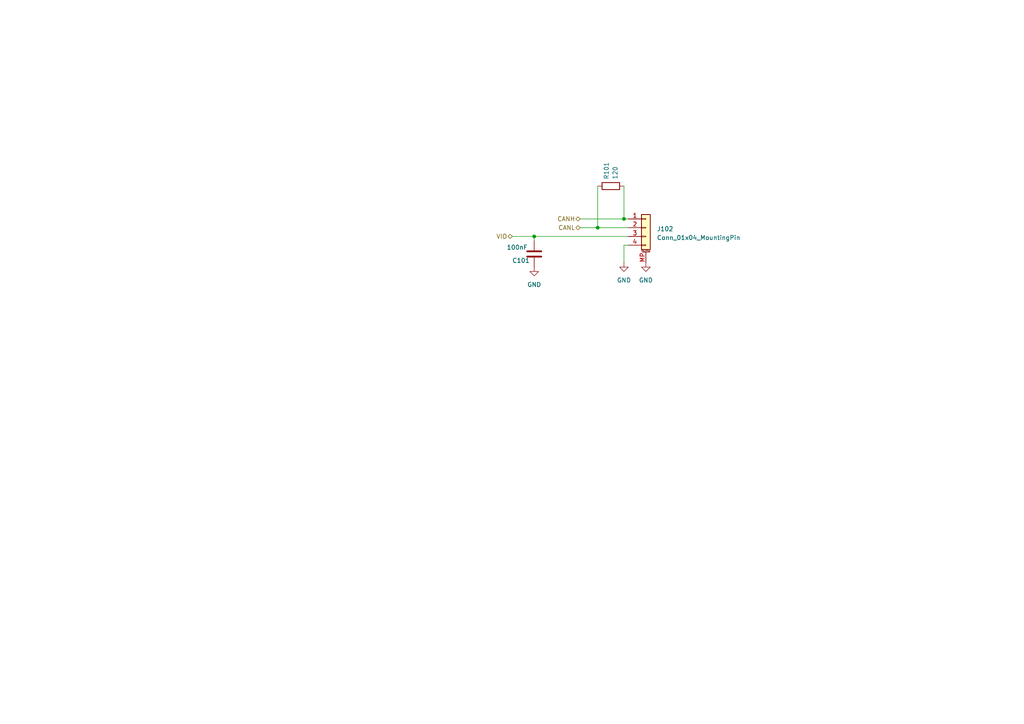
<source format=kicad_sch>
(kicad_sch
	(version 20231120)
	(generator "eeschema")
	(generator_version "8.0")
	(uuid "d339b9d8-51a7-460e-bb19-8d8c25d3e2aa")
	(paper "A4")
	(lib_symbols
		(symbol "Connector_Generic_MountingPin:Conn_01x04_MountingPin"
			(pin_names
				(offset 1.016) hide)
			(exclude_from_sim no)
			(in_bom yes)
			(on_board yes)
			(property "Reference" "J"
				(at 0 5.08 0)
				(effects
					(font
						(size 1.27 1.27)
					)
				)
			)
			(property "Value" "Conn_01x04_MountingPin"
				(at 1.27 -7.62 0)
				(effects
					(font
						(size 1.27 1.27)
					)
					(justify left)
				)
			)
			(property "Footprint" ""
				(at 0 0 0)
				(effects
					(font
						(size 1.27 1.27)
					)
					(hide yes)
				)
			)
			(property "Datasheet" "~"
				(at 0 0 0)
				(effects
					(font
						(size 1.27 1.27)
					)
					(hide yes)
				)
			)
			(property "Description" "Generic connectable mounting pin connector, single row, 01x04, script generated (kicad-library-utils/schlib/autogen/connector/)"
				(at 0 0 0)
				(effects
					(font
						(size 1.27 1.27)
					)
					(hide yes)
				)
			)
			(property "ki_keywords" "connector"
				(at 0 0 0)
				(effects
					(font
						(size 1.27 1.27)
					)
					(hide yes)
				)
			)
			(property "ki_fp_filters" "Connector*:*_1x??-1MP*"
				(at 0 0 0)
				(effects
					(font
						(size 1.27 1.27)
					)
					(hide yes)
				)
			)
			(symbol "Conn_01x04_MountingPin_1_1"
				(rectangle
					(start -1.27 -4.953)
					(end 0 -5.207)
					(stroke
						(width 0.1524)
						(type default)
					)
					(fill
						(type none)
					)
				)
				(rectangle
					(start -1.27 -2.413)
					(end 0 -2.667)
					(stroke
						(width 0.1524)
						(type default)
					)
					(fill
						(type none)
					)
				)
				(rectangle
					(start -1.27 0.127)
					(end 0 -0.127)
					(stroke
						(width 0.1524)
						(type default)
					)
					(fill
						(type none)
					)
				)
				(rectangle
					(start -1.27 2.667)
					(end 0 2.413)
					(stroke
						(width 0.1524)
						(type default)
					)
					(fill
						(type none)
					)
				)
				(rectangle
					(start -1.27 3.81)
					(end 1.27 -6.35)
					(stroke
						(width 0.254)
						(type default)
					)
					(fill
						(type background)
					)
				)
				(polyline
					(pts
						(xy -1.016 -7.112) (xy 1.016 -7.112)
					)
					(stroke
						(width 0.1524)
						(type default)
					)
					(fill
						(type none)
					)
				)
				(text "Mounting"
					(at 0 -6.731 0)
					(effects
						(font
							(size 0.381 0.381)
						)
					)
				)
				(pin passive line
					(at -5.08 2.54 0)
					(length 3.81)
					(name "Pin_1"
						(effects
							(font
								(size 1.27 1.27)
							)
						)
					)
					(number "1"
						(effects
							(font
								(size 1.27 1.27)
							)
						)
					)
				)
				(pin passive line
					(at -5.08 0 0)
					(length 3.81)
					(name "Pin_2"
						(effects
							(font
								(size 1.27 1.27)
							)
						)
					)
					(number "2"
						(effects
							(font
								(size 1.27 1.27)
							)
						)
					)
				)
				(pin passive line
					(at -5.08 -2.54 0)
					(length 3.81)
					(name "Pin_3"
						(effects
							(font
								(size 1.27 1.27)
							)
						)
					)
					(number "3"
						(effects
							(font
								(size 1.27 1.27)
							)
						)
					)
				)
				(pin passive line
					(at -5.08 -5.08 0)
					(length 3.81)
					(name "Pin_4"
						(effects
							(font
								(size 1.27 1.27)
							)
						)
					)
					(number "4"
						(effects
							(font
								(size 1.27 1.27)
							)
						)
					)
				)
				(pin passive line
					(at 0 -10.16 90)
					(length 3.048)
					(name "MountPin"
						(effects
							(font
								(size 1.27 1.27)
							)
						)
					)
					(number "MP"
						(effects
							(font
								(size 1.27 1.27)
							)
						)
					)
				)
			)
		)
		(symbol "Device:C"
			(pin_numbers hide)
			(pin_names
				(offset 0.254)
			)
			(exclude_from_sim no)
			(in_bom yes)
			(on_board yes)
			(property "Reference" "C"
				(at 0.635 2.54 0)
				(effects
					(font
						(size 1.27 1.27)
					)
					(justify left)
				)
			)
			(property "Value" "C"
				(at 0.635 -2.54 0)
				(effects
					(font
						(size 1.27 1.27)
					)
					(justify left)
				)
			)
			(property "Footprint" ""
				(at 0.9652 -3.81 0)
				(effects
					(font
						(size 1.27 1.27)
					)
					(hide yes)
				)
			)
			(property "Datasheet" "~"
				(at 0 0 0)
				(effects
					(font
						(size 1.27 1.27)
					)
					(hide yes)
				)
			)
			(property "Description" "Unpolarized capacitor"
				(at 0 0 0)
				(effects
					(font
						(size 1.27 1.27)
					)
					(hide yes)
				)
			)
			(property "ki_keywords" "cap capacitor"
				(at 0 0 0)
				(effects
					(font
						(size 1.27 1.27)
					)
					(hide yes)
				)
			)
			(property "ki_fp_filters" "C_*"
				(at 0 0 0)
				(effects
					(font
						(size 1.27 1.27)
					)
					(hide yes)
				)
			)
			(symbol "C_0_1"
				(polyline
					(pts
						(xy -2.032 -0.762) (xy 2.032 -0.762)
					)
					(stroke
						(width 0.508)
						(type default)
					)
					(fill
						(type none)
					)
				)
				(polyline
					(pts
						(xy -2.032 0.762) (xy 2.032 0.762)
					)
					(stroke
						(width 0.508)
						(type default)
					)
					(fill
						(type none)
					)
				)
			)
			(symbol "C_1_1"
				(pin passive line
					(at 0 3.81 270)
					(length 2.794)
					(name "~"
						(effects
							(font
								(size 1.27 1.27)
							)
						)
					)
					(number "1"
						(effects
							(font
								(size 1.27 1.27)
							)
						)
					)
				)
				(pin passive line
					(at 0 -3.81 90)
					(length 2.794)
					(name "~"
						(effects
							(font
								(size 1.27 1.27)
							)
						)
					)
					(number "2"
						(effects
							(font
								(size 1.27 1.27)
							)
						)
					)
				)
			)
		)
		(symbol "Device:R"
			(pin_numbers hide)
			(pin_names
				(offset 0)
			)
			(exclude_from_sim no)
			(in_bom yes)
			(on_board yes)
			(property "Reference" "R"
				(at 2.032 0 90)
				(effects
					(font
						(size 1.27 1.27)
					)
				)
			)
			(property "Value" "R"
				(at 0 0 90)
				(effects
					(font
						(size 1.27 1.27)
					)
				)
			)
			(property "Footprint" ""
				(at -1.778 0 90)
				(effects
					(font
						(size 1.27 1.27)
					)
					(hide yes)
				)
			)
			(property "Datasheet" "~"
				(at 0 0 0)
				(effects
					(font
						(size 1.27 1.27)
					)
					(hide yes)
				)
			)
			(property "Description" "Resistor"
				(at 0 0 0)
				(effects
					(font
						(size 1.27 1.27)
					)
					(hide yes)
				)
			)
			(property "ki_keywords" "R res resistor"
				(at 0 0 0)
				(effects
					(font
						(size 1.27 1.27)
					)
					(hide yes)
				)
			)
			(property "ki_fp_filters" "R_*"
				(at 0 0 0)
				(effects
					(font
						(size 1.27 1.27)
					)
					(hide yes)
				)
			)
			(symbol "R_0_1"
				(rectangle
					(start -1.016 -2.54)
					(end 1.016 2.54)
					(stroke
						(width 0.254)
						(type default)
					)
					(fill
						(type none)
					)
				)
			)
			(symbol "R_1_1"
				(pin passive line
					(at 0 3.81 270)
					(length 1.27)
					(name "~"
						(effects
							(font
								(size 1.27 1.27)
							)
						)
					)
					(number "1"
						(effects
							(font
								(size 1.27 1.27)
							)
						)
					)
				)
				(pin passive line
					(at 0 -3.81 90)
					(length 1.27)
					(name "~"
						(effects
							(font
								(size 1.27 1.27)
							)
						)
					)
					(number "2"
						(effects
							(font
								(size 1.27 1.27)
							)
						)
					)
				)
			)
		)
		(symbol "power:GND"
			(power)
			(pin_names
				(offset 0)
			)
			(exclude_from_sim no)
			(in_bom yes)
			(on_board yes)
			(property "Reference" "#PWR"
				(at 0 -6.35 0)
				(effects
					(font
						(size 1.27 1.27)
					)
					(hide yes)
				)
			)
			(property "Value" "GND"
				(at 0 -3.81 0)
				(effects
					(font
						(size 1.27 1.27)
					)
				)
			)
			(property "Footprint" ""
				(at 0 0 0)
				(effects
					(font
						(size 1.27 1.27)
					)
					(hide yes)
				)
			)
			(property "Datasheet" ""
				(at 0 0 0)
				(effects
					(font
						(size 1.27 1.27)
					)
					(hide yes)
				)
			)
			(property "Description" "Power symbol creates a global label with name \"GND\" , ground"
				(at 0 0 0)
				(effects
					(font
						(size 1.27 1.27)
					)
					(hide yes)
				)
			)
			(property "ki_keywords" "global power"
				(at 0 0 0)
				(effects
					(font
						(size 1.27 1.27)
					)
					(hide yes)
				)
			)
			(symbol "GND_0_1"
				(polyline
					(pts
						(xy 0 0) (xy 0 -1.27) (xy 1.27 -1.27) (xy 0 -2.54) (xy -1.27 -1.27) (xy 0 -1.27)
					)
					(stroke
						(width 0)
						(type default)
					)
					(fill
						(type none)
					)
				)
			)
			(symbol "GND_1_1"
				(pin power_in line
					(at 0 0 270)
					(length 0) hide
					(name "GND"
						(effects
							(font
								(size 1.27 1.27)
							)
						)
					)
					(number "1"
						(effects
							(font
								(size 1.27 1.27)
							)
						)
					)
				)
			)
		)
	)
	(junction
		(at 173.355 66.04)
		(diameter 0)
		(color 0 0 0 0)
		(uuid "1a6af80e-8296-4670-a8b7-365fc86724c5")
	)
	(junction
		(at 154.94 68.58)
		(diameter 0)
		(color 0 0 0 0)
		(uuid "4b6f744b-30f5-443a-8b39-9d51d8db693b")
	)
	(junction
		(at 180.975 63.5)
		(diameter 0)
		(color 0 0 0 0)
		(uuid "b0789c39-2ae0-4c68-a0ed-3d10ccbeff9c")
	)
	(wire
		(pts
			(xy 180.975 71.12) (xy 180.975 76.2)
		)
		(stroke
			(width 0)
			(type default)
		)
		(uuid "00c952ea-469c-49bc-b5d1-630d9c998815")
	)
	(wire
		(pts
			(xy 173.355 53.975) (xy 173.355 66.04)
		)
		(stroke
			(width 0)
			(type default)
		)
		(uuid "2ae7f5df-33e7-4852-a18e-9bd4aeadbcaf")
	)
	(wire
		(pts
			(xy 173.355 66.04) (xy 182.245 66.04)
		)
		(stroke
			(width 0)
			(type default)
		)
		(uuid "3029f9e2-c5e2-49fd-bba4-c42d4e10a8b7")
	)
	(wire
		(pts
			(xy 154.94 68.58) (xy 182.245 68.58)
		)
		(stroke
			(width 0)
			(type default)
		)
		(uuid "3711cf39-0b6c-41e5-bbe4-895bfff51ed6")
	)
	(wire
		(pts
			(xy 180.975 63.5) (xy 182.245 63.5)
		)
		(stroke
			(width 0)
			(type default)
		)
		(uuid "4eadc921-dbe0-4c66-98d4-f395408e534f")
	)
	(wire
		(pts
			(xy 148.59 68.58) (xy 154.94 68.58)
		)
		(stroke
			(width 0)
			(type default)
		)
		(uuid "5074e70d-cefa-4735-a646-569a27cb1abb")
	)
	(wire
		(pts
			(xy 154.94 68.58) (xy 154.94 69.85)
		)
		(stroke
			(width 0)
			(type default)
		)
		(uuid "67327753-462d-4276-a62b-08243db7bc97")
	)
	(wire
		(pts
			(xy 168.275 63.5) (xy 180.975 63.5)
		)
		(stroke
			(width 0)
			(type default)
		)
		(uuid "6b9266f5-ab9c-409e-b0a8-6ccccf415811")
	)
	(wire
		(pts
			(xy 182.245 71.12) (xy 180.975 71.12)
		)
		(stroke
			(width 0)
			(type default)
		)
		(uuid "a00b61e4-0214-499a-9fe7-eb5ce6578ff5")
	)
	(wire
		(pts
			(xy 180.975 53.975) (xy 180.975 63.5)
		)
		(stroke
			(width 0)
			(type default)
		)
		(uuid "a3733565-fec9-4047-87f1-2cdc8fcc9525")
	)
	(wire
		(pts
			(xy 168.275 66.04) (xy 173.355 66.04)
		)
		(stroke
			(width 0)
			(type default)
		)
		(uuid "c3ef7b7b-88c6-406f-89a1-e9a9281729d8")
	)
	(hierarchical_label "CANH"
		(shape bidirectional)
		(at 168.275 63.5 180)
		(fields_autoplaced yes)
		(effects
			(font
				(size 1.27 1.27)
			)
			(justify right)
		)
		(uuid "2c630931-f64e-4408-bdb6-f907a3143100")
	)
	(hierarchical_label "CANL"
		(shape bidirectional)
		(at 168.275 66.04 180)
		(fields_autoplaced yes)
		(effects
			(font
				(size 1.27 1.27)
			)
			(justify right)
		)
		(uuid "36e33a2c-ddf0-40f7-ad94-0d1b25b7473a")
	)
	(hierarchical_label "VIO"
		(shape bidirectional)
		(at 148.59 68.58 180)
		(fields_autoplaced yes)
		(effects
			(font
				(size 1.27 1.27)
			)
			(justify right)
		)
		(uuid "a9f896c1-5c24-4d18-805e-8fa3db779532")
	)
	(symbol
		(lib_id "Connector_Generic_MountingPin:Conn_01x04_MountingPin")
		(at 187.325 66.04 0)
		(unit 1)
		(exclude_from_sim no)
		(in_bom yes)
		(on_board yes)
		(dnp no)
		(fields_autoplaced yes)
		(uuid "021cb314-136b-4da4-8e1f-6729fd302d6d")
		(property "Reference" "J2"
			(at 190.5 66.3956 0)
			(effects
				(font
					(size 1.27 1.27)
				)
				(justify left)
			)
		)
		(property "Value" "Conn_01x04_MountingPin"
			(at 190.5 68.9356 0)
			(effects
				(font
					(size 1.27 1.27)
				)
				(justify left)
			)
		)
		(property "Footprint" "WOBCLibrary:Grove_4P_L_SMD"
			(at 187.325 66.04 0)
			(effects
				(font
					(size 1.27 1.27)
				)
				(hide yes)
			)
		)
		(property "Datasheet" "~"
			(at 187.325 66.04 0)
			(effects
				(font
					(size 1.27 1.27)
				)
				(hide yes)
			)
		)
		(property "Description" ""
			(at 187.325 66.04 0)
			(effects
				(font
					(size 1.27 1.27)
				)
				(hide yes)
			)
		)
		(property "LCSC" ""
			(at 187.325 66.04 0)
			(effects
				(font
					(size 1.27 1.27)
				)
				(hide yes)
			)
		)
		(pin "1"
			(uuid "071806c8-3e63-4c3d-b333-64960a690f73")
		)
		(pin "2"
			(uuid "ff9d2e3a-e9a7-46d2-b46a-101d31b53693")
		)
		(pin "3"
			(uuid "29fe0431-eefb-4622-84d4-09307629414b")
		)
		(pin "4"
			(uuid "bafc71a1-2f75-49b8-a8d1-b5abe265b516")
		)
		(pin "MP"
			(uuid "05a7fa43-ce51-4efe-89e5-6a6434f551cb")
		)
		(instances
			(project "GS"
				(path "/920f9ee9-d8de-4f24-ad72-1c45434a67fe/b6596e6a-331e-4110-9845-3f13c73105a2"
					(reference "J2")
					(unit 1)
				)
				(path "/920f9ee9-d8de-4f24-ad72-1c45434a67fe/b68d4887-c983-40fc-adcd-c70e88ae0d4a"
					(reference "J2")
					(unit 1)
				)
			)
			(project "GS"
				(path "/bbee8c47-266c-4026-940d-10a37b262ebb/3581401d-2aa9-4ec6-9247-ee694525beea"
					(reference "J601")
					(unit 1)
				)
			)
			(project "ModuleIFSimple"
				(path "/d339b9d8-51a7-460e-bb19-8d8c25d3e2aa"
					(reference "J102")
					(unit 1)
				)
			)
		)
	)
	(symbol
		(lib_id "Device:C")
		(at 154.94 73.66 180)
		(unit 1)
		(exclude_from_sim no)
		(in_bom yes)
		(on_board yes)
		(dnp no)
		(uuid "0c0aeee8-030b-49eb-8f9a-06dd3f856016")
		(property "Reference" "C1"
			(at 153.67 75.565 0)
			(effects
				(font
					(size 1.27 1.27)
				)
				(justify left)
			)
		)
		(property "Value" "100nF"
			(at 153.035 71.755 0)
			(effects
				(font
					(size 1.27 1.27)
				)
				(justify left)
			)
		)
		(property "Footprint" "Capacitor_SMD:C_0402_1005Metric"
			(at 153.9748 69.85 0)
			(effects
				(font
					(size 1.27 1.27)
				)
				(hide yes)
			)
		)
		(property "Datasheet" "~"
			(at 154.94 73.66 0)
			(effects
				(font
					(size 1.27 1.27)
				)
				(hide yes)
			)
		)
		(property "Description" ""
			(at 154.94 73.66 0)
			(effects
				(font
					(size 1.27 1.27)
				)
				(hide yes)
			)
		)
		(property "LCSC" "C1525"
			(at 154.94 73.66 0)
			(effects
				(font
					(size 1.27 1.27)
				)
				(hide yes)
			)
		)
		(pin "1"
			(uuid "f50f67c4-78e0-4068-a19f-d002292b015e")
		)
		(pin "2"
			(uuid "dce1e1db-2850-40f6-a192-beec4ac22fa4")
		)
		(instances
			(project "GS"
				(path "/920f9ee9-d8de-4f24-ad72-1c45434a67fe/b6596e6a-331e-4110-9845-3f13c73105a2"
					(reference "C1")
					(unit 1)
				)
				(path "/920f9ee9-d8de-4f24-ad72-1c45434a67fe/b68d4887-c983-40fc-adcd-c70e88ae0d4a"
					(reference "C1")
					(unit 1)
				)
			)
			(project "GS"
				(path "/bbee8c47-266c-4026-940d-10a37b262ebb/3581401d-2aa9-4ec6-9247-ee694525beea"
					(reference "C601")
					(unit 1)
				)
			)
			(project "ModuleIFSimple"
				(path "/d339b9d8-51a7-460e-bb19-8d8c25d3e2aa"
					(reference "C101")
					(unit 1)
				)
			)
		)
	)
	(symbol
		(lib_id "power:GND")
		(at 187.325 76.2 0)
		(unit 1)
		(exclude_from_sim no)
		(in_bom yes)
		(on_board yes)
		(dnp no)
		(fields_autoplaced yes)
		(uuid "8bee61be-f40c-46ad-816d-825def9d72d5")
		(property "Reference" "#PWR03"
			(at 187.325 82.55 0)
			(effects
				(font
					(size 1.27 1.27)
				)
				(hide yes)
			)
		)
		(property "Value" "GND"
			(at 187.325 81.28 0)
			(effects
				(font
					(size 1.27 1.27)
				)
			)
		)
		(property "Footprint" ""
			(at 187.325 76.2 0)
			(effects
				(font
					(size 1.27 1.27)
				)
				(hide yes)
			)
		)
		(property "Datasheet" ""
			(at 187.325 76.2 0)
			(effects
				(font
					(size 1.27 1.27)
				)
				(hide yes)
			)
		)
		(property "Description" ""
			(at 187.325 76.2 0)
			(effects
				(font
					(size 1.27 1.27)
				)
				(hide yes)
			)
		)
		(pin "1"
			(uuid "f0f97f87-71a6-4434-89ea-2ca4ff70c86f")
		)
		(instances
			(project "GS"
				(path "/920f9ee9-d8de-4f24-ad72-1c45434a67fe/b6596e6a-331e-4110-9845-3f13c73105a2"
					(reference "#PWR03")
					(unit 1)
				)
				(path "/920f9ee9-d8de-4f24-ad72-1c45434a67fe/b68d4887-c983-40fc-adcd-c70e88ae0d4a"
					(reference "#PWR03")
					(unit 1)
				)
			)
			(project "GS"
				(path "/bbee8c47-266c-4026-940d-10a37b262ebb/3581401d-2aa9-4ec6-9247-ee694525beea"
					(reference "#PWR0603")
					(unit 1)
				)
			)
			(project "ModuleIFSimple"
				(path "/d339b9d8-51a7-460e-bb19-8d8c25d3e2aa"
					(reference "#PWR0103")
					(unit 1)
				)
			)
		)
	)
	(symbol
		(lib_id "power:GND")
		(at 154.94 77.47 0)
		(unit 1)
		(exclude_from_sim no)
		(in_bom yes)
		(on_board yes)
		(dnp no)
		(fields_autoplaced yes)
		(uuid "8ea43bd9-ad71-41be-959e-671575b9b0ae")
		(property "Reference" "#PWR01"
			(at 154.94 83.82 0)
			(effects
				(font
					(size 1.27 1.27)
				)
				(hide yes)
			)
		)
		(property "Value" "GND"
			(at 154.94 82.55 0)
			(effects
				(font
					(size 1.27 1.27)
				)
			)
		)
		(property "Footprint" ""
			(at 154.94 77.47 0)
			(effects
				(font
					(size 1.27 1.27)
				)
				(hide yes)
			)
		)
		(property "Datasheet" ""
			(at 154.94 77.47 0)
			(effects
				(font
					(size 1.27 1.27)
				)
				(hide yes)
			)
		)
		(property "Description" ""
			(at 154.94 77.47 0)
			(effects
				(font
					(size 1.27 1.27)
				)
				(hide yes)
			)
		)
		(pin "1"
			(uuid "5717964a-2fbe-4f81-9572-772b3bb3b3a0")
		)
		(instances
			(project "GS"
				(path "/920f9ee9-d8de-4f24-ad72-1c45434a67fe/b6596e6a-331e-4110-9845-3f13c73105a2"
					(reference "#PWR01")
					(unit 1)
				)
				(path "/920f9ee9-d8de-4f24-ad72-1c45434a67fe/b68d4887-c983-40fc-adcd-c70e88ae0d4a"
					(reference "#PWR01")
					(unit 1)
				)
			)
			(project "GS"
				(path "/bbee8c47-266c-4026-940d-10a37b262ebb/3581401d-2aa9-4ec6-9247-ee694525beea"
					(reference "#PWR0601")
					(unit 1)
				)
			)
			(project "ModuleIFSimple"
				(path "/d339b9d8-51a7-460e-bb19-8d8c25d3e2aa"
					(reference "#PWR0101")
					(unit 1)
				)
			)
		)
	)
	(symbol
		(lib_id "Device:R")
		(at 177.165 53.975 90)
		(unit 1)
		(exclude_from_sim no)
		(in_bom yes)
		(on_board yes)
		(dnp no)
		(uuid "c6bf4233-50de-42b8-af2b-e6b82245309d")
		(property "Reference" "R1"
			(at 175.895 52.07 0)
			(effects
				(font
					(size 1.27 1.27)
				)
				(justify left)
			)
		)
		(property "Value" "120"
			(at 178.435 52.07 0)
			(effects
				(font
					(size 1.27 1.27)
				)
				(justify left)
			)
		)
		(property "Footprint" "Resistor_SMD:R_0402_1005Metric"
			(at 177.165 55.753 90)
			(effects
				(font
					(size 1.27 1.27)
				)
				(hide yes)
			)
		)
		(property "Datasheet" "~"
			(at 177.165 53.975 0)
			(effects
				(font
					(size 1.27 1.27)
				)
				(hide yes)
			)
		)
		(property "Description" ""
			(at 177.165 53.975 0)
			(effects
				(font
					(size 1.27 1.27)
				)
				(hide yes)
			)
		)
		(property "LCSC" "C25079"
			(at 177.165 53.975 0)
			(effects
				(font
					(size 1.27 1.27)
				)
				(hide yes)
			)
		)
		(pin "1"
			(uuid "d65d0259-13c4-4351-8066-447eeed2070f")
		)
		(pin "2"
			(uuid "41c23999-feec-450e-b25a-3a2c1b8bfdcd")
		)
		(instances
			(project "GS"
				(path "/920f9ee9-d8de-4f24-ad72-1c45434a67fe/b6596e6a-331e-4110-9845-3f13c73105a2"
					(reference "R1")
					(unit 1)
				)
				(path "/920f9ee9-d8de-4f24-ad72-1c45434a67fe/b68d4887-c983-40fc-adcd-c70e88ae0d4a"
					(reference "R1")
					(unit 1)
				)
			)
			(project "GS"
				(path "/bbee8c47-266c-4026-940d-10a37b262ebb/3581401d-2aa9-4ec6-9247-ee694525beea"
					(reference "R601")
					(unit 1)
				)
			)
			(project "ModuleIFSimple"
				(path "/d339b9d8-51a7-460e-bb19-8d8c25d3e2aa"
					(reference "R101")
					(unit 1)
				)
			)
		)
	)
	(symbol
		(lib_id "power:GND")
		(at 180.975 76.2 0)
		(unit 1)
		(exclude_from_sim no)
		(in_bom yes)
		(on_board yes)
		(dnp no)
		(fields_autoplaced yes)
		(uuid "ea82cfcc-2e5a-45da-9983-8473717e235f")
		(property "Reference" "#PWR02"
			(at 180.975 82.55 0)
			(effects
				(font
					(size 1.27 1.27)
				)
				(hide yes)
			)
		)
		(property "Value" "GND"
			(at 180.975 81.28 0)
			(effects
				(font
					(size 1.27 1.27)
				)
			)
		)
		(property "Footprint" ""
			(at 180.975 76.2 0)
			(effects
				(font
					(size 1.27 1.27)
				)
				(hide yes)
			)
		)
		(property "Datasheet" ""
			(at 180.975 76.2 0)
			(effects
				(font
					(size 1.27 1.27)
				)
				(hide yes)
			)
		)
		(property "Description" ""
			(at 180.975 76.2 0)
			(effects
				(font
					(size 1.27 1.27)
				)
				(hide yes)
			)
		)
		(pin "1"
			(uuid "95a82e7d-a836-4f1f-963f-55221213ea09")
		)
		(instances
			(project "GS"
				(path "/920f9ee9-d8de-4f24-ad72-1c45434a67fe/b6596e6a-331e-4110-9845-3f13c73105a2"
					(reference "#PWR02")
					(unit 1)
				)
				(path "/920f9ee9-d8de-4f24-ad72-1c45434a67fe/b68d4887-c983-40fc-adcd-c70e88ae0d4a"
					(reference "#PWR02")
					(unit 1)
				)
			)
			(project "GS"
				(path "/bbee8c47-266c-4026-940d-10a37b262ebb/3581401d-2aa9-4ec6-9247-ee694525beea"
					(reference "#PWR0602")
					(unit 1)
				)
			)
			(project "ModuleIFSimple"
				(path "/d339b9d8-51a7-460e-bb19-8d8c25d3e2aa"
					(reference "#PWR0102")
					(unit 1)
				)
			)
		)
	)
)

</source>
